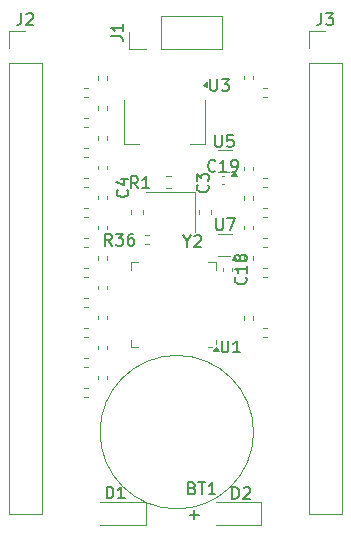
<source format=gbr>
%TF.GenerationSoftware,KiCad,Pcbnew,9.0.2-9.0.2-0~ubuntu22.04.1*%
%TF.CreationDate,2025-06-23T10:34:33-07:00*%
%TF.ProjectId,ds1486,64733134-3836-42e6-9b69-6361645f7063,rev?*%
%TF.SameCoordinates,Original*%
%TF.FileFunction,Legend,Top*%
%TF.FilePolarity,Positive*%
%FSLAX46Y46*%
G04 Gerber Fmt 4.6, Leading zero omitted, Abs format (unit mm)*
G04 Created by KiCad (PCBNEW 9.0.2-9.0.2-0~ubuntu22.04.1) date 2025-06-23 10:34:33*
%MOMM*%
%LPD*%
G01*
G04 APERTURE LIST*
%ADD10C,0.150000*%
%ADD11C,0.120000*%
%ADD12C,0.100000*%
G04 APERTURE END LIST*
D10*
X122777142Y-73899580D02*
X122729523Y-73947200D01*
X122729523Y-73947200D02*
X122586666Y-73994819D01*
X122586666Y-73994819D02*
X122491428Y-73994819D01*
X122491428Y-73994819D02*
X122348571Y-73947200D01*
X122348571Y-73947200D02*
X122253333Y-73851961D01*
X122253333Y-73851961D02*
X122205714Y-73756723D01*
X122205714Y-73756723D02*
X122158095Y-73566247D01*
X122158095Y-73566247D02*
X122158095Y-73423390D01*
X122158095Y-73423390D02*
X122205714Y-73232914D01*
X122205714Y-73232914D02*
X122253333Y-73137676D01*
X122253333Y-73137676D02*
X122348571Y-73042438D01*
X122348571Y-73042438D02*
X122491428Y-72994819D01*
X122491428Y-72994819D02*
X122586666Y-72994819D01*
X122586666Y-72994819D02*
X122729523Y-73042438D01*
X122729523Y-73042438D02*
X122777142Y-73090057D01*
X123729523Y-73994819D02*
X123158095Y-73994819D01*
X123443809Y-73994819D02*
X123443809Y-72994819D01*
X123443809Y-72994819D02*
X123348571Y-73137676D01*
X123348571Y-73137676D02*
X123253333Y-73232914D01*
X123253333Y-73232914D02*
X123158095Y-73280533D01*
X124205714Y-73994819D02*
X124396190Y-73994819D01*
X124396190Y-73994819D02*
X124491428Y-73947200D01*
X124491428Y-73947200D02*
X124539047Y-73899580D01*
X124539047Y-73899580D02*
X124634285Y-73756723D01*
X124634285Y-73756723D02*
X124681904Y-73566247D01*
X124681904Y-73566247D02*
X124681904Y-73185295D01*
X124681904Y-73185295D02*
X124634285Y-73090057D01*
X124634285Y-73090057D02*
X124586666Y-73042438D01*
X124586666Y-73042438D02*
X124491428Y-72994819D01*
X124491428Y-72994819D02*
X124300952Y-72994819D01*
X124300952Y-72994819D02*
X124205714Y-73042438D01*
X124205714Y-73042438D02*
X124158095Y-73090057D01*
X124158095Y-73090057D02*
X124110476Y-73185295D01*
X124110476Y-73185295D02*
X124110476Y-73423390D01*
X124110476Y-73423390D02*
X124158095Y-73518628D01*
X124158095Y-73518628D02*
X124205714Y-73566247D01*
X124205714Y-73566247D02*
X124300952Y-73613866D01*
X124300952Y-73613866D02*
X124491428Y-73613866D01*
X124491428Y-73613866D02*
X124586666Y-73566247D01*
X124586666Y-73566247D02*
X124634285Y-73518628D01*
X124634285Y-73518628D02*
X124681904Y-73423390D01*
X125319580Y-82922857D02*
X125367200Y-82970476D01*
X125367200Y-82970476D02*
X125414819Y-83113333D01*
X125414819Y-83113333D02*
X125414819Y-83208571D01*
X125414819Y-83208571D02*
X125367200Y-83351428D01*
X125367200Y-83351428D02*
X125271961Y-83446666D01*
X125271961Y-83446666D02*
X125176723Y-83494285D01*
X125176723Y-83494285D02*
X124986247Y-83541904D01*
X124986247Y-83541904D02*
X124843390Y-83541904D01*
X124843390Y-83541904D02*
X124652914Y-83494285D01*
X124652914Y-83494285D02*
X124557676Y-83446666D01*
X124557676Y-83446666D02*
X124462438Y-83351428D01*
X124462438Y-83351428D02*
X124414819Y-83208571D01*
X124414819Y-83208571D02*
X124414819Y-83113333D01*
X124414819Y-83113333D02*
X124462438Y-82970476D01*
X124462438Y-82970476D02*
X124510057Y-82922857D01*
X125414819Y-81970476D02*
X125414819Y-82541904D01*
X125414819Y-82256190D02*
X124414819Y-82256190D01*
X124414819Y-82256190D02*
X124557676Y-82351428D01*
X124557676Y-82351428D02*
X124652914Y-82446666D01*
X124652914Y-82446666D02*
X124700533Y-82541904D01*
X124843390Y-81399047D02*
X124795771Y-81494285D01*
X124795771Y-81494285D02*
X124748152Y-81541904D01*
X124748152Y-81541904D02*
X124652914Y-81589523D01*
X124652914Y-81589523D02*
X124605295Y-81589523D01*
X124605295Y-81589523D02*
X124510057Y-81541904D01*
X124510057Y-81541904D02*
X124462438Y-81494285D01*
X124462438Y-81494285D02*
X124414819Y-81399047D01*
X124414819Y-81399047D02*
X124414819Y-81208571D01*
X124414819Y-81208571D02*
X124462438Y-81113333D01*
X124462438Y-81113333D02*
X124510057Y-81065714D01*
X124510057Y-81065714D02*
X124605295Y-81018095D01*
X124605295Y-81018095D02*
X124652914Y-81018095D01*
X124652914Y-81018095D02*
X124748152Y-81065714D01*
X124748152Y-81065714D02*
X124795771Y-81113333D01*
X124795771Y-81113333D02*
X124843390Y-81208571D01*
X124843390Y-81208571D02*
X124843390Y-81399047D01*
X124843390Y-81399047D02*
X124891009Y-81494285D01*
X124891009Y-81494285D02*
X124938628Y-81541904D01*
X124938628Y-81541904D02*
X125033866Y-81589523D01*
X125033866Y-81589523D02*
X125224342Y-81589523D01*
X125224342Y-81589523D02*
X125319580Y-81541904D01*
X125319580Y-81541904D02*
X125367200Y-81494285D01*
X125367200Y-81494285D02*
X125414819Y-81399047D01*
X125414819Y-81399047D02*
X125414819Y-81208571D01*
X125414819Y-81208571D02*
X125367200Y-81113333D01*
X125367200Y-81113333D02*
X125319580Y-81065714D01*
X125319580Y-81065714D02*
X125224342Y-81018095D01*
X125224342Y-81018095D02*
X125033866Y-81018095D01*
X125033866Y-81018095D02*
X124938628Y-81065714D01*
X124938628Y-81065714D02*
X124891009Y-81113333D01*
X124891009Y-81113333D02*
X124843390Y-81208571D01*
X113561905Y-101654819D02*
X113561905Y-100654819D01*
X113561905Y-100654819D02*
X113800000Y-100654819D01*
X113800000Y-100654819D02*
X113942857Y-100702438D01*
X113942857Y-100702438D02*
X114038095Y-100797676D01*
X114038095Y-100797676D02*
X114085714Y-100892914D01*
X114085714Y-100892914D02*
X114133333Y-101083390D01*
X114133333Y-101083390D02*
X114133333Y-101226247D01*
X114133333Y-101226247D02*
X114085714Y-101416723D01*
X114085714Y-101416723D02*
X114038095Y-101511961D01*
X114038095Y-101511961D02*
X113942857Y-101607200D01*
X113942857Y-101607200D02*
X113800000Y-101654819D01*
X113800000Y-101654819D02*
X113561905Y-101654819D01*
X115085714Y-101654819D02*
X114514286Y-101654819D01*
X114800000Y-101654819D02*
X114800000Y-100654819D01*
X114800000Y-100654819D02*
X114704762Y-100797676D01*
X114704762Y-100797676D02*
X114609524Y-100892914D01*
X114609524Y-100892914D02*
X114514286Y-100940533D01*
X131746666Y-60574819D02*
X131746666Y-61289104D01*
X131746666Y-61289104D02*
X131699047Y-61431961D01*
X131699047Y-61431961D02*
X131603809Y-61527200D01*
X131603809Y-61527200D02*
X131460952Y-61574819D01*
X131460952Y-61574819D02*
X131365714Y-61574819D01*
X132127619Y-60574819D02*
X132746666Y-60574819D01*
X132746666Y-60574819D02*
X132413333Y-60955771D01*
X132413333Y-60955771D02*
X132556190Y-60955771D01*
X132556190Y-60955771D02*
X132651428Y-61003390D01*
X132651428Y-61003390D02*
X132699047Y-61051009D01*
X132699047Y-61051009D02*
X132746666Y-61146247D01*
X132746666Y-61146247D02*
X132746666Y-61384342D01*
X132746666Y-61384342D02*
X132699047Y-61479580D01*
X132699047Y-61479580D02*
X132651428Y-61527200D01*
X132651428Y-61527200D02*
X132556190Y-61574819D01*
X132556190Y-61574819D02*
X132270476Y-61574819D01*
X132270476Y-61574819D02*
X132175238Y-61527200D01*
X132175238Y-61527200D02*
X132127619Y-61479580D01*
X120814285Y-100781009D02*
X120957142Y-100828628D01*
X120957142Y-100828628D02*
X121004761Y-100876247D01*
X121004761Y-100876247D02*
X121052380Y-100971485D01*
X121052380Y-100971485D02*
X121052380Y-101114342D01*
X121052380Y-101114342D02*
X121004761Y-101209580D01*
X121004761Y-101209580D02*
X120957142Y-101257200D01*
X120957142Y-101257200D02*
X120861904Y-101304819D01*
X120861904Y-101304819D02*
X120480952Y-101304819D01*
X120480952Y-101304819D02*
X120480952Y-100304819D01*
X120480952Y-100304819D02*
X120814285Y-100304819D01*
X120814285Y-100304819D02*
X120909523Y-100352438D01*
X120909523Y-100352438D02*
X120957142Y-100400057D01*
X120957142Y-100400057D02*
X121004761Y-100495295D01*
X121004761Y-100495295D02*
X121004761Y-100590533D01*
X121004761Y-100590533D02*
X120957142Y-100685771D01*
X120957142Y-100685771D02*
X120909523Y-100733390D01*
X120909523Y-100733390D02*
X120814285Y-100781009D01*
X120814285Y-100781009D02*
X120480952Y-100781009D01*
X121338095Y-100304819D02*
X121909523Y-100304819D01*
X121623809Y-101304819D02*
X121623809Y-100304819D01*
X122766666Y-101304819D02*
X122195238Y-101304819D01*
X122480952Y-101304819D02*
X122480952Y-100304819D01*
X122480952Y-100304819D02*
X122385714Y-100447676D01*
X122385714Y-100447676D02*
X122290476Y-100542914D01*
X122290476Y-100542914D02*
X122195238Y-100590533D01*
X120619048Y-103038866D02*
X121380953Y-103038866D01*
X121000000Y-103419819D02*
X121000000Y-102657914D01*
X106346666Y-60574819D02*
X106346666Y-61289104D01*
X106346666Y-61289104D02*
X106299047Y-61431961D01*
X106299047Y-61431961D02*
X106203809Y-61527200D01*
X106203809Y-61527200D02*
X106060952Y-61574819D01*
X106060952Y-61574819D02*
X105965714Y-61574819D01*
X106775238Y-60670057D02*
X106822857Y-60622438D01*
X106822857Y-60622438D02*
X106918095Y-60574819D01*
X106918095Y-60574819D02*
X107156190Y-60574819D01*
X107156190Y-60574819D02*
X107251428Y-60622438D01*
X107251428Y-60622438D02*
X107299047Y-60670057D01*
X107299047Y-60670057D02*
X107346666Y-60765295D01*
X107346666Y-60765295D02*
X107346666Y-60860533D01*
X107346666Y-60860533D02*
X107299047Y-61003390D01*
X107299047Y-61003390D02*
X106727619Y-61574819D01*
X106727619Y-61574819D02*
X107346666Y-61574819D01*
X120373809Y-79878628D02*
X120373809Y-80354819D01*
X120040476Y-79354819D02*
X120373809Y-79878628D01*
X120373809Y-79878628D02*
X120707142Y-79354819D01*
X120992857Y-79450057D02*
X121040476Y-79402438D01*
X121040476Y-79402438D02*
X121135714Y-79354819D01*
X121135714Y-79354819D02*
X121373809Y-79354819D01*
X121373809Y-79354819D02*
X121469047Y-79402438D01*
X121469047Y-79402438D02*
X121516666Y-79450057D01*
X121516666Y-79450057D02*
X121564285Y-79545295D01*
X121564285Y-79545295D02*
X121564285Y-79640533D01*
X121564285Y-79640533D02*
X121516666Y-79783390D01*
X121516666Y-79783390D02*
X120945238Y-80354819D01*
X120945238Y-80354819D02*
X121564285Y-80354819D01*
X122738095Y-70904819D02*
X122738095Y-71714342D01*
X122738095Y-71714342D02*
X122785714Y-71809580D01*
X122785714Y-71809580D02*
X122833333Y-71857200D01*
X122833333Y-71857200D02*
X122928571Y-71904819D01*
X122928571Y-71904819D02*
X123119047Y-71904819D01*
X123119047Y-71904819D02*
X123214285Y-71857200D01*
X123214285Y-71857200D02*
X123261904Y-71809580D01*
X123261904Y-71809580D02*
X123309523Y-71714342D01*
X123309523Y-71714342D02*
X123309523Y-70904819D01*
X124261904Y-70904819D02*
X123785714Y-70904819D01*
X123785714Y-70904819D02*
X123738095Y-71381009D01*
X123738095Y-71381009D02*
X123785714Y-71333390D01*
X123785714Y-71333390D02*
X123880952Y-71285771D01*
X123880952Y-71285771D02*
X124119047Y-71285771D01*
X124119047Y-71285771D02*
X124214285Y-71333390D01*
X124214285Y-71333390D02*
X124261904Y-71381009D01*
X124261904Y-71381009D02*
X124309523Y-71476247D01*
X124309523Y-71476247D02*
X124309523Y-71714342D01*
X124309523Y-71714342D02*
X124261904Y-71809580D01*
X124261904Y-71809580D02*
X124214285Y-71857200D01*
X124214285Y-71857200D02*
X124119047Y-71904819D01*
X124119047Y-71904819D02*
X123880952Y-71904819D01*
X123880952Y-71904819D02*
X123785714Y-71857200D01*
X123785714Y-71857200D02*
X123738095Y-71809580D01*
X122109580Y-75116666D02*
X122157200Y-75164285D01*
X122157200Y-75164285D02*
X122204819Y-75307142D01*
X122204819Y-75307142D02*
X122204819Y-75402380D01*
X122204819Y-75402380D02*
X122157200Y-75545237D01*
X122157200Y-75545237D02*
X122061961Y-75640475D01*
X122061961Y-75640475D02*
X121966723Y-75688094D01*
X121966723Y-75688094D02*
X121776247Y-75735713D01*
X121776247Y-75735713D02*
X121633390Y-75735713D01*
X121633390Y-75735713D02*
X121442914Y-75688094D01*
X121442914Y-75688094D02*
X121347676Y-75640475D01*
X121347676Y-75640475D02*
X121252438Y-75545237D01*
X121252438Y-75545237D02*
X121204819Y-75402380D01*
X121204819Y-75402380D02*
X121204819Y-75307142D01*
X121204819Y-75307142D02*
X121252438Y-75164285D01*
X121252438Y-75164285D02*
X121300057Y-75116666D01*
X121204819Y-74783332D02*
X121204819Y-74164285D01*
X121204819Y-74164285D02*
X121585771Y-74497618D01*
X121585771Y-74497618D02*
X121585771Y-74354761D01*
X121585771Y-74354761D02*
X121633390Y-74259523D01*
X121633390Y-74259523D02*
X121681009Y-74211904D01*
X121681009Y-74211904D02*
X121776247Y-74164285D01*
X121776247Y-74164285D02*
X122014342Y-74164285D01*
X122014342Y-74164285D02*
X122109580Y-74211904D01*
X122109580Y-74211904D02*
X122157200Y-74259523D01*
X122157200Y-74259523D02*
X122204819Y-74354761D01*
X122204819Y-74354761D02*
X122204819Y-74640475D01*
X122204819Y-74640475D02*
X122157200Y-74735713D01*
X122157200Y-74735713D02*
X122109580Y-74783332D01*
X122828095Y-77954819D02*
X122828095Y-78764342D01*
X122828095Y-78764342D02*
X122875714Y-78859580D01*
X122875714Y-78859580D02*
X122923333Y-78907200D01*
X122923333Y-78907200D02*
X123018571Y-78954819D01*
X123018571Y-78954819D02*
X123209047Y-78954819D01*
X123209047Y-78954819D02*
X123304285Y-78907200D01*
X123304285Y-78907200D02*
X123351904Y-78859580D01*
X123351904Y-78859580D02*
X123399523Y-78764342D01*
X123399523Y-78764342D02*
X123399523Y-77954819D01*
X123780476Y-77954819D02*
X124447142Y-77954819D01*
X124447142Y-77954819D02*
X124018571Y-78954819D01*
X115309580Y-75516666D02*
X115357200Y-75564285D01*
X115357200Y-75564285D02*
X115404819Y-75707142D01*
X115404819Y-75707142D02*
X115404819Y-75802380D01*
X115404819Y-75802380D02*
X115357200Y-75945237D01*
X115357200Y-75945237D02*
X115261961Y-76040475D01*
X115261961Y-76040475D02*
X115166723Y-76088094D01*
X115166723Y-76088094D02*
X114976247Y-76135713D01*
X114976247Y-76135713D02*
X114833390Y-76135713D01*
X114833390Y-76135713D02*
X114642914Y-76088094D01*
X114642914Y-76088094D02*
X114547676Y-76040475D01*
X114547676Y-76040475D02*
X114452438Y-75945237D01*
X114452438Y-75945237D02*
X114404819Y-75802380D01*
X114404819Y-75802380D02*
X114404819Y-75707142D01*
X114404819Y-75707142D02*
X114452438Y-75564285D01*
X114452438Y-75564285D02*
X114500057Y-75516666D01*
X114738152Y-74659523D02*
X115404819Y-74659523D01*
X114357200Y-74897618D02*
X115071485Y-75135713D01*
X115071485Y-75135713D02*
X115071485Y-74516666D01*
X123288095Y-88304819D02*
X123288095Y-89114342D01*
X123288095Y-89114342D02*
X123335714Y-89209580D01*
X123335714Y-89209580D02*
X123383333Y-89257200D01*
X123383333Y-89257200D02*
X123478571Y-89304819D01*
X123478571Y-89304819D02*
X123669047Y-89304819D01*
X123669047Y-89304819D02*
X123764285Y-89257200D01*
X123764285Y-89257200D02*
X123811904Y-89209580D01*
X123811904Y-89209580D02*
X123859523Y-89114342D01*
X123859523Y-89114342D02*
X123859523Y-88304819D01*
X124859523Y-89304819D02*
X124288095Y-89304819D01*
X124573809Y-89304819D02*
X124573809Y-88304819D01*
X124573809Y-88304819D02*
X124478571Y-88447676D01*
X124478571Y-88447676D02*
X124383333Y-88542914D01*
X124383333Y-88542914D02*
X124288095Y-88590533D01*
X122338095Y-66154819D02*
X122338095Y-66964342D01*
X122338095Y-66964342D02*
X122385714Y-67059580D01*
X122385714Y-67059580D02*
X122433333Y-67107200D01*
X122433333Y-67107200D02*
X122528571Y-67154819D01*
X122528571Y-67154819D02*
X122719047Y-67154819D01*
X122719047Y-67154819D02*
X122814285Y-67107200D01*
X122814285Y-67107200D02*
X122861904Y-67059580D01*
X122861904Y-67059580D02*
X122909523Y-66964342D01*
X122909523Y-66964342D02*
X122909523Y-66154819D01*
X123290476Y-66154819D02*
X123909523Y-66154819D01*
X123909523Y-66154819D02*
X123576190Y-66535771D01*
X123576190Y-66535771D02*
X123719047Y-66535771D01*
X123719047Y-66535771D02*
X123814285Y-66583390D01*
X123814285Y-66583390D02*
X123861904Y-66631009D01*
X123861904Y-66631009D02*
X123909523Y-66726247D01*
X123909523Y-66726247D02*
X123909523Y-66964342D01*
X123909523Y-66964342D02*
X123861904Y-67059580D01*
X123861904Y-67059580D02*
X123814285Y-67107200D01*
X123814285Y-67107200D02*
X123719047Y-67154819D01*
X123719047Y-67154819D02*
X123433333Y-67154819D01*
X123433333Y-67154819D02*
X123338095Y-67107200D01*
X123338095Y-67107200D02*
X123290476Y-67059580D01*
X114007142Y-80254819D02*
X113673809Y-79778628D01*
X113435714Y-80254819D02*
X113435714Y-79254819D01*
X113435714Y-79254819D02*
X113816666Y-79254819D01*
X113816666Y-79254819D02*
X113911904Y-79302438D01*
X113911904Y-79302438D02*
X113959523Y-79350057D01*
X113959523Y-79350057D02*
X114007142Y-79445295D01*
X114007142Y-79445295D02*
X114007142Y-79588152D01*
X114007142Y-79588152D02*
X113959523Y-79683390D01*
X113959523Y-79683390D02*
X113911904Y-79731009D01*
X113911904Y-79731009D02*
X113816666Y-79778628D01*
X113816666Y-79778628D02*
X113435714Y-79778628D01*
X114340476Y-79254819D02*
X114959523Y-79254819D01*
X114959523Y-79254819D02*
X114626190Y-79635771D01*
X114626190Y-79635771D02*
X114769047Y-79635771D01*
X114769047Y-79635771D02*
X114864285Y-79683390D01*
X114864285Y-79683390D02*
X114911904Y-79731009D01*
X114911904Y-79731009D02*
X114959523Y-79826247D01*
X114959523Y-79826247D02*
X114959523Y-80064342D01*
X114959523Y-80064342D02*
X114911904Y-80159580D01*
X114911904Y-80159580D02*
X114864285Y-80207200D01*
X114864285Y-80207200D02*
X114769047Y-80254819D01*
X114769047Y-80254819D02*
X114483333Y-80254819D01*
X114483333Y-80254819D02*
X114388095Y-80207200D01*
X114388095Y-80207200D02*
X114340476Y-80159580D01*
X115816666Y-79254819D02*
X115626190Y-79254819D01*
X115626190Y-79254819D02*
X115530952Y-79302438D01*
X115530952Y-79302438D02*
X115483333Y-79350057D01*
X115483333Y-79350057D02*
X115388095Y-79492914D01*
X115388095Y-79492914D02*
X115340476Y-79683390D01*
X115340476Y-79683390D02*
X115340476Y-80064342D01*
X115340476Y-80064342D02*
X115388095Y-80159580D01*
X115388095Y-80159580D02*
X115435714Y-80207200D01*
X115435714Y-80207200D02*
X115530952Y-80254819D01*
X115530952Y-80254819D02*
X115721428Y-80254819D01*
X115721428Y-80254819D02*
X115816666Y-80207200D01*
X115816666Y-80207200D02*
X115864285Y-80159580D01*
X115864285Y-80159580D02*
X115911904Y-80064342D01*
X115911904Y-80064342D02*
X115911904Y-79826247D01*
X115911904Y-79826247D02*
X115864285Y-79731009D01*
X115864285Y-79731009D02*
X115816666Y-79683390D01*
X115816666Y-79683390D02*
X115721428Y-79635771D01*
X115721428Y-79635771D02*
X115530952Y-79635771D01*
X115530952Y-79635771D02*
X115435714Y-79683390D01*
X115435714Y-79683390D02*
X115388095Y-79731009D01*
X115388095Y-79731009D02*
X115340476Y-79826247D01*
X116213333Y-75404819D02*
X115880000Y-74928628D01*
X115641905Y-75404819D02*
X115641905Y-74404819D01*
X115641905Y-74404819D02*
X116022857Y-74404819D01*
X116022857Y-74404819D02*
X116118095Y-74452438D01*
X116118095Y-74452438D02*
X116165714Y-74500057D01*
X116165714Y-74500057D02*
X116213333Y-74595295D01*
X116213333Y-74595295D02*
X116213333Y-74738152D01*
X116213333Y-74738152D02*
X116165714Y-74833390D01*
X116165714Y-74833390D02*
X116118095Y-74881009D01*
X116118095Y-74881009D02*
X116022857Y-74928628D01*
X116022857Y-74928628D02*
X115641905Y-74928628D01*
X117165714Y-75404819D02*
X116594286Y-75404819D01*
X116880000Y-75404819D02*
X116880000Y-74404819D01*
X116880000Y-74404819D02*
X116784762Y-74547676D01*
X116784762Y-74547676D02*
X116689524Y-74642914D01*
X116689524Y-74642914D02*
X116594286Y-74690533D01*
X113944819Y-62533333D02*
X114659104Y-62533333D01*
X114659104Y-62533333D02*
X114801961Y-62580952D01*
X114801961Y-62580952D02*
X114897200Y-62676190D01*
X114897200Y-62676190D02*
X114944819Y-62819047D01*
X114944819Y-62819047D02*
X114944819Y-62914285D01*
X114944819Y-61533333D02*
X114944819Y-62104761D01*
X114944819Y-61819047D02*
X113944819Y-61819047D01*
X113944819Y-61819047D02*
X114087676Y-61914285D01*
X114087676Y-61914285D02*
X114182914Y-62009523D01*
X114182914Y-62009523D02*
X114230533Y-62104761D01*
X124211905Y-101704819D02*
X124211905Y-100704819D01*
X124211905Y-100704819D02*
X124450000Y-100704819D01*
X124450000Y-100704819D02*
X124592857Y-100752438D01*
X124592857Y-100752438D02*
X124688095Y-100847676D01*
X124688095Y-100847676D02*
X124735714Y-100942914D01*
X124735714Y-100942914D02*
X124783333Y-101133390D01*
X124783333Y-101133390D02*
X124783333Y-101276247D01*
X124783333Y-101276247D02*
X124735714Y-101466723D01*
X124735714Y-101466723D02*
X124688095Y-101561961D01*
X124688095Y-101561961D02*
X124592857Y-101657200D01*
X124592857Y-101657200D02*
X124450000Y-101704819D01*
X124450000Y-101704819D02*
X124211905Y-101704819D01*
X125164286Y-100800057D02*
X125211905Y-100752438D01*
X125211905Y-100752438D02*
X125307143Y-100704819D01*
X125307143Y-100704819D02*
X125545238Y-100704819D01*
X125545238Y-100704819D02*
X125640476Y-100752438D01*
X125640476Y-100752438D02*
X125688095Y-100800057D01*
X125688095Y-100800057D02*
X125735714Y-100895295D01*
X125735714Y-100895295D02*
X125735714Y-100990533D01*
X125735714Y-100990533D02*
X125688095Y-101133390D01*
X125688095Y-101133390D02*
X125116667Y-101704819D01*
X125116667Y-101704819D02*
X125735714Y-101704819D01*
D11*
%TO.C,C19*%
X123312164Y-74340000D02*
X123527836Y-74340000D01*
X123312164Y-75060000D02*
X123527836Y-75060000D01*
%TO.C,C18*%
X124160000Y-82172164D02*
X124160000Y-82387836D01*
X123440000Y-82172164D02*
X123440000Y-82387836D01*
%TO.C,R12*%
X111656359Y-69470000D02*
X111963641Y-69470000D01*
X111656359Y-70230000D02*
X111963641Y-70230000D01*
%TO.C,R5*%
X111656359Y-84720000D02*
X111963641Y-84720000D01*
X111656359Y-85480000D02*
X111963641Y-85480000D01*
%TO.C,R33*%
X113630000Y-68436359D02*
X113630000Y-68743641D01*
X112870000Y-68436359D02*
X112870000Y-68743641D01*
%TO.C,R28*%
X125930000Y-78586359D02*
X125930000Y-78893641D01*
X125170000Y-78586359D02*
X125170000Y-78893641D01*
%TO.C,R21*%
X113630000Y-86186359D02*
X113630000Y-86493641D01*
X112870000Y-86186359D02*
X112870000Y-86493641D01*
%TO.C,R19*%
X111636359Y-66920000D02*
X111943641Y-66920000D01*
X111636359Y-67680000D02*
X111943641Y-67680000D01*
%TO.C,R17*%
X127143641Y-80380000D02*
X126836359Y-80380000D01*
X127143641Y-79620000D02*
X126836359Y-79620000D01*
%TO.C,R35*%
X113630000Y-65936359D02*
X113630000Y-66243641D01*
X112870000Y-65936359D02*
X112870000Y-66243641D01*
%TO.C,R11*%
X127143641Y-67680000D02*
X126836359Y-67680000D01*
X127143641Y-66920000D02*
X126836359Y-66920000D01*
%TO.C,R7*%
X111656359Y-79620000D02*
X111963641Y-79620000D01*
X111656359Y-80380000D02*
X111963641Y-80380000D01*
%TO.C,R6*%
X111656359Y-87270000D02*
X111963641Y-87270000D01*
X111656359Y-88030000D02*
X111963641Y-88030000D01*
%TO.C,R3*%
X113630000Y-91286359D02*
X113630000Y-91593641D01*
X112870000Y-91286359D02*
X112870000Y-91593641D01*
%TO.C,D1*%
X116860000Y-103950000D02*
X116860000Y-101950000D01*
X116860000Y-103950000D02*
X113000000Y-103950000D01*
X116860000Y-101950000D02*
X113000000Y-101950000D01*
%TO.C,J3*%
X130700000Y-62120000D02*
X132080000Y-62120000D01*
X130700000Y-63500000D02*
X130700000Y-62120000D01*
X130700000Y-64770000D02*
X130700000Y-102980000D01*
X130700000Y-64770000D02*
X133460000Y-64770000D01*
X130700000Y-102980000D02*
X133460000Y-102980000D01*
X133460000Y-64770000D02*
X133460000Y-102980000D01*
D12*
%TO.C,BT1*%
X126000000Y-96050000D02*
G75*
G02*
X113000000Y-96050000I-6500000J0D01*
G01*
X113000000Y-96050000D02*
G75*
G02*
X126000000Y-96050000I6500000J0D01*
G01*
D11*
%TO.C,R29*%
X125930000Y-86236359D02*
X125930000Y-86543641D01*
X125170000Y-86236359D02*
X125170000Y-86543641D01*
%TO.C,R34*%
X125930000Y-65886359D02*
X125930000Y-66193641D01*
X125170000Y-65886359D02*
X125170000Y-66193641D01*
%TO.C,R14*%
X111656359Y-72020000D02*
X111963641Y-72020000D01*
X111656359Y-72780000D02*
X111963641Y-72780000D01*
%TO.C,J2*%
X105300000Y-62120000D02*
X106680000Y-62120000D01*
X105300000Y-63500000D02*
X105300000Y-62120000D01*
X105300000Y-64770000D02*
X105300000Y-102980000D01*
X105300000Y-64770000D02*
X108060000Y-64770000D01*
X105300000Y-102980000D02*
X108060000Y-102980000D01*
X108060000Y-64770000D02*
X108060000Y-102980000D01*
%TO.C,Y2*%
X121040000Y-79110000D02*
X121040000Y-75690000D01*
X121040000Y-75690000D02*
X116920000Y-75690000D01*
%TO.C,R9*%
X111656359Y-74570000D02*
X111963641Y-74570000D01*
X111656359Y-75330000D02*
X111963641Y-75330000D01*
%TO.C,R31*%
X113630000Y-71006359D02*
X113630000Y-71313641D01*
X112870000Y-71006359D02*
X112870000Y-71313641D01*
%TO.C,R4*%
X111656359Y-89770000D02*
X111963641Y-89770000D01*
X111656359Y-90530000D02*
X111963641Y-90530000D01*
%TO.C,U5*%
X123950000Y-74010000D02*
X122960000Y-74010000D01*
X123560000Y-72190000D02*
X124160000Y-72190000D01*
X123560000Y-72190000D02*
X122960000Y-72190000D01*
X124590000Y-74340000D02*
X124110000Y-74340000D01*
X124350000Y-74010000D01*
X124590000Y-74340000D01*
G36*
X124590000Y-74340000D02*
G01*
X124110000Y-74340000D01*
X124350000Y-74010000D01*
X124590000Y-74340000D01*
G37*
%TO.C,R18*%
X127143641Y-77830000D02*
X126836359Y-77830000D01*
X127143641Y-77070000D02*
X126836359Y-77070000D01*
%TO.C,C3*%
X122360000Y-77284420D02*
X122360000Y-77565580D01*
X121340000Y-77284420D02*
X121340000Y-77565580D01*
%TO.C,R13*%
X127143641Y-75280000D02*
X126836359Y-75280000D01*
X127143641Y-74520000D02*
X126836359Y-74520000D01*
%TO.C,R16*%
X127143641Y-87980000D02*
X126836359Y-87980000D01*
X127143641Y-87220000D02*
X126836359Y-87220000D01*
%TO.C,R32*%
X125930000Y-73586359D02*
X125930000Y-73893641D01*
X125170000Y-73586359D02*
X125170000Y-73893641D01*
%TO.C,R22*%
X113630000Y-83656359D02*
X113630000Y-83963641D01*
X112870000Y-83656359D02*
X112870000Y-83963641D01*
%TO.C,U7*%
X123980000Y-81110000D02*
X122990000Y-81110000D01*
X123590000Y-79290000D02*
X124190000Y-79290000D01*
X123590000Y-79290000D02*
X122990000Y-79290000D01*
X124620000Y-81440000D02*
X124140000Y-81440000D01*
X124380000Y-81110000D01*
X124620000Y-81440000D01*
G36*
X124620000Y-81440000D02*
G01*
X124140000Y-81440000D01*
X124380000Y-81110000D01*
X124620000Y-81440000D01*
G37*
%TO.C,R24*%
X113630000Y-78586359D02*
X113630000Y-78893641D01*
X112870000Y-78586359D02*
X112870000Y-78893641D01*
%TO.C,R26*%
X113630000Y-73486359D02*
X113630000Y-73793641D01*
X112870000Y-73486359D02*
X112870000Y-73793641D01*
%TO.C,R15*%
X127143641Y-82930000D02*
X126836359Y-82930000D01*
X127143641Y-82170000D02*
X126836359Y-82170000D01*
%TO.C,R30*%
X125930000Y-81156359D02*
X125930000Y-81463641D01*
X125170000Y-81156359D02*
X125170000Y-81463641D01*
%TO.C,R27*%
X125930000Y-76056359D02*
X125930000Y-76363641D01*
X125170000Y-76056359D02*
X125170000Y-76363641D01*
%TO.C,C4*%
X115590000Y-77565580D02*
X115590000Y-77284420D01*
X116610000Y-77565580D02*
X116610000Y-77284420D01*
%TO.C,R25*%
X113630000Y-76036359D02*
X113630000Y-76343641D01*
X112870000Y-76036359D02*
X112870000Y-76343641D01*
%TO.C,U1*%
X122810000Y-88210000D02*
X122810000Y-88620000D01*
X122810000Y-81640000D02*
X122810000Y-82290000D01*
X122160000Y-88860000D02*
X122510000Y-88860000D01*
X122160000Y-81640000D02*
X122810000Y-81640000D01*
X116240000Y-88860000D02*
X115590000Y-88860000D01*
X116240000Y-81640000D02*
X115590000Y-81640000D01*
X115590000Y-88860000D02*
X115590000Y-88210000D01*
X115590000Y-81640000D02*
X115590000Y-82290000D01*
X123050000Y-89190000D02*
X122570000Y-89190000D01*
X122810000Y-88860000D01*
X123050000Y-89190000D01*
G36*
X123050000Y-89190000D02*
G01*
X122570000Y-89190000D01*
X122810000Y-88860000D01*
X123050000Y-89190000D01*
G37*
%TO.C,R8*%
X111656359Y-82170000D02*
X111963641Y-82170000D01*
X111656359Y-82930000D02*
X111963641Y-82930000D01*
%TO.C,U3*%
X121860000Y-67900000D02*
X121860000Y-71660000D01*
X115040000Y-67900000D02*
X115040000Y-71660000D01*
X121860000Y-71660000D02*
X120600000Y-71660000D01*
X115040000Y-71660000D02*
X116300000Y-71660000D01*
X122090000Y-66860000D02*
X121760000Y-66620000D01*
X122090000Y-66380000D01*
X122090000Y-66860000D01*
G36*
X122090000Y-66860000D02*
G01*
X121760000Y-66620000D01*
X122090000Y-66380000D01*
X122090000Y-66860000D01*
G37*
%TO.C,R36*%
X116836359Y-79320000D02*
X117143641Y-79320000D01*
X116836359Y-80080000D02*
X117143641Y-80080000D01*
%TO.C,R10*%
X111656359Y-77070000D02*
X111963641Y-77070000D01*
X111656359Y-77830000D02*
X111963641Y-77830000D01*
%TO.C,R2*%
X111656359Y-92320000D02*
X111963641Y-92320000D01*
X111656359Y-93080000D02*
X111963641Y-93080000D01*
%TO.C,R1*%
X119042258Y-75422500D02*
X118567742Y-75422500D01*
X119042258Y-74377500D02*
X118567742Y-74377500D01*
%TO.C,J1*%
X115490000Y-63580000D02*
X115490000Y-62200000D01*
X116870000Y-63580000D02*
X115490000Y-63580000D01*
X118140000Y-63580000D02*
X123330000Y-63580000D01*
X118140000Y-63580000D02*
X118140000Y-60820000D01*
X123330000Y-63580000D02*
X123330000Y-60820000D01*
X118140000Y-60820000D02*
X123330000Y-60820000D01*
%TO.C,R23*%
X113630000Y-81136359D02*
X113630000Y-81443641D01*
X112870000Y-81136359D02*
X112870000Y-81443641D01*
%TO.C,R20*%
X113630000Y-88736359D02*
X113630000Y-89043641D01*
X112870000Y-88736359D02*
X112870000Y-89043641D01*
%TO.C,D2*%
X126660000Y-103950000D02*
X126660000Y-101950000D01*
X126660000Y-103950000D02*
X122800000Y-103950000D01*
X126660000Y-101950000D02*
X122800000Y-101950000D01*
%TD*%
M02*

</source>
